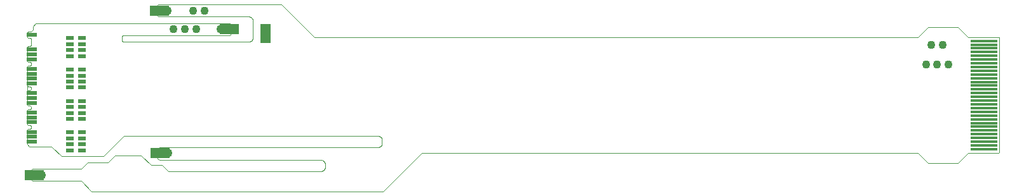
<source format=gts>
G04 EAGLE Gerber X2 export*
%TF.Part,Single*%
%TF.FileFunction,Other,solder mask top*%
%TF.FilePolarity,Positive*%
%TF.GenerationSoftware,Autodesk,EAGLE,9.6.2*%
%TF.CreationDate,2022-04-17T12:17:04Z*%
G75*
%MOMM*%
%FSLAX34Y34*%
%LPD*%
%INsolder mask top*%
%AMOC8*
5,1,8,0,0,1.08239X$1,22.5*%
G01*
%ADD10C,0.000000*%
%ADD11R,1.000000X0.600000*%
%ADD12R,1.451600X0.551600*%
%ADD13R,2.641600X1.371600*%
%ADD14R,3.600000X0.400000*%
%ADD15R,1.371600X2.641600*%
%ADD16C,1.101600*%
%ADD17C,1.141600*%


D10*
X0Y-36000D02*
X3000Y-39000D01*
X32500Y-39000D01*
X0Y113500D02*
X1000Y114500D01*
X0Y113500D02*
X0Y107500D01*
X0Y94000D02*
X0Y75000D01*
X1000Y74000D01*
X4000Y74000D01*
X5000Y73000D01*
X5000Y70000D02*
X4000Y69000D01*
X1000Y69000D01*
X0Y68000D01*
X5000Y70000D02*
X5000Y73000D01*
X0Y68000D02*
X0Y42500D01*
X1000Y41500D01*
X4000Y41500D01*
X5000Y40500D01*
X5000Y37500D02*
X4000Y36500D01*
X1000Y36500D01*
X0Y35500D01*
X5000Y37500D02*
X5000Y40500D01*
X0Y42000D02*
X0Y35500D01*
X0Y16500D02*
X1000Y15500D01*
X4000Y15500D01*
X5000Y14500D01*
X5000Y11500D02*
X4000Y10500D01*
X1000Y10500D01*
X0Y9500D01*
X5000Y11500D02*
X5000Y14500D01*
X0Y-16500D02*
X0Y-36000D01*
X0Y-9500D02*
X0Y9500D01*
X0Y16500D02*
X0Y35500D01*
X0Y-9500D02*
X1000Y-10500D01*
X4000Y-10500D02*
X5000Y-11500D01*
X4000Y-10500D02*
X1000Y-10500D01*
X5000Y-11500D02*
X5000Y-14500D01*
X4000Y-15500D01*
X1000Y-15500D01*
X0Y-16500D01*
X1000Y106500D02*
X0Y107500D01*
X1000Y106500D02*
X4000Y106500D01*
X5000Y105500D01*
X5000Y96000D01*
X4000Y95000D01*
X1000Y95000D01*
X0Y94000D01*
X1000Y114500D02*
X5000Y114500D01*
X7500Y117000D01*
X7500Y122000D01*
X11500Y126000D01*
X270000Y126000D01*
X272000Y124000D01*
X272000Y112000D01*
X270000Y110000D01*
X129000Y110000D01*
X126000Y107000D02*
X126000Y104000D01*
X129000Y101000D02*
X295000Y101000D01*
X301000Y108000D02*
X301000Y128000D01*
X295000Y135000D02*
X175000Y135000D01*
X173000Y137000D01*
X173000Y149000D01*
X175000Y151000D01*
X339000Y151000D01*
X382500Y107500D01*
X1295500Y107500D02*
X1296000Y107000D01*
X1296000Y-46500D01*
X1295000Y-47500D01*
X1295500Y107500D02*
X1254000Y107500D01*
X1187000Y107500D02*
X382500Y107500D01*
X129000Y110000D02*
X128893Y109998D01*
X128786Y109992D01*
X128679Y109983D01*
X128573Y109969D01*
X128467Y109952D01*
X128362Y109931D01*
X128258Y109907D01*
X128155Y109878D01*
X128053Y109846D01*
X127952Y109811D01*
X127852Y109772D01*
X127754Y109729D01*
X127657Y109683D01*
X127562Y109633D01*
X127469Y109580D01*
X127378Y109524D01*
X127289Y109464D01*
X127202Y109402D01*
X127118Y109336D01*
X127035Y109267D01*
X126956Y109196D01*
X126879Y109121D01*
X126804Y109044D01*
X126733Y108965D01*
X126664Y108882D01*
X126598Y108798D01*
X126536Y108711D01*
X126476Y108622D01*
X126420Y108531D01*
X126367Y108438D01*
X126317Y108343D01*
X126271Y108246D01*
X126228Y108148D01*
X126189Y108048D01*
X126154Y107947D01*
X126122Y107845D01*
X126093Y107742D01*
X126069Y107638D01*
X126048Y107533D01*
X126031Y107427D01*
X126017Y107321D01*
X126008Y107214D01*
X126002Y107107D01*
X126000Y107000D01*
X126000Y104000D02*
X126002Y103893D01*
X126008Y103786D01*
X126017Y103679D01*
X126031Y103573D01*
X126048Y103467D01*
X126069Y103362D01*
X126093Y103258D01*
X126122Y103155D01*
X126154Y103053D01*
X126189Y102952D01*
X126228Y102852D01*
X126271Y102754D01*
X126317Y102657D01*
X126367Y102562D01*
X126420Y102469D01*
X126476Y102378D01*
X126536Y102289D01*
X126598Y102202D01*
X126664Y102118D01*
X126733Y102035D01*
X126804Y101956D01*
X126879Y101879D01*
X126956Y101804D01*
X127035Y101733D01*
X127118Y101664D01*
X127202Y101598D01*
X127289Y101536D01*
X127378Y101476D01*
X127469Y101420D01*
X127562Y101367D01*
X127657Y101317D01*
X127754Y101271D01*
X127852Y101228D01*
X127952Y101189D01*
X128053Y101154D01*
X128155Y101122D01*
X128258Y101093D01*
X128362Y101069D01*
X128467Y101048D01*
X128573Y101031D01*
X128679Y101017D01*
X128786Y101008D01*
X128893Y101002D01*
X129000Y101000D01*
X295000Y101000D02*
X295159Y101014D01*
X295318Y101033D01*
X295477Y101055D01*
X295635Y101081D01*
X295792Y101110D01*
X295948Y101144D01*
X296104Y101181D01*
X296258Y101223D01*
X296412Y101268D01*
X296564Y101316D01*
X296715Y101369D01*
X296865Y101425D01*
X297014Y101485D01*
X297160Y101549D01*
X297306Y101616D01*
X297449Y101686D01*
X297591Y101760D01*
X297731Y101838D01*
X297869Y101919D01*
X298005Y102003D01*
X298139Y102091D01*
X298270Y102182D01*
X298400Y102276D01*
X298527Y102373D01*
X298651Y102474D01*
X298774Y102577D01*
X298893Y102684D01*
X299010Y102793D01*
X299124Y102905D01*
X299235Y103020D01*
X299344Y103137D01*
X299450Y103257D01*
X299552Y103380D01*
X299652Y103505D01*
X299748Y103633D01*
X299842Y103763D01*
X299932Y103895D01*
X300019Y104030D01*
X300102Y104166D01*
X300182Y104305D01*
X300259Y104445D01*
X300332Y104587D01*
X300402Y104731D01*
X300468Y104877D01*
X300531Y105024D01*
X300590Y105173D01*
X300645Y105323D01*
X300696Y105475D01*
X300744Y105627D01*
X300788Y105781D01*
X300829Y105936D01*
X300865Y106092D01*
X300898Y106248D01*
X300926Y106406D01*
X300951Y106564D01*
X300972Y106722D01*
X300990Y106881D01*
X301003Y107041D01*
X301012Y107201D01*
X301018Y107360D01*
X301019Y107520D01*
X301017Y107680D01*
X301010Y107840D01*
X301000Y108000D01*
X301000Y128000D02*
X301021Y128153D01*
X301039Y128306D01*
X301053Y128459D01*
X301063Y128613D01*
X301069Y128767D01*
X301071Y128921D01*
X301069Y129074D01*
X301064Y129228D01*
X301054Y129382D01*
X301041Y129535D01*
X301023Y129688D01*
X301002Y129841D01*
X300977Y129993D01*
X300948Y130144D01*
X300915Y130294D01*
X300879Y130444D01*
X300839Y130592D01*
X300795Y130740D01*
X300747Y130886D01*
X300695Y131031D01*
X300640Y131175D01*
X300581Y131317D01*
X300519Y131458D01*
X300453Y131597D01*
X300384Y131735D01*
X300311Y131870D01*
X300235Y132004D01*
X300155Y132136D01*
X300072Y132265D01*
X299986Y132393D01*
X299896Y132518D01*
X299804Y132641D01*
X299708Y132762D01*
X299609Y132880D01*
X299508Y132996D01*
X299403Y133109D01*
X299296Y133219D01*
X299186Y133326D01*
X299073Y133431D01*
X298957Y133533D01*
X298839Y133632D01*
X298719Y133728D01*
X298596Y133820D01*
X298471Y133910D01*
X298343Y133996D01*
X298214Y134080D01*
X298082Y134159D01*
X297949Y134236D01*
X297813Y134309D01*
X297676Y134378D01*
X297537Y134445D01*
X297396Y134507D01*
X297254Y134566D01*
X297110Y134621D01*
X296965Y134673D01*
X296819Y134721D01*
X296672Y134765D01*
X296523Y134806D01*
X296374Y134843D01*
X296223Y134876D01*
X296072Y134905D01*
X295920Y134930D01*
X295768Y134951D01*
X295615Y134969D01*
X295461Y134982D01*
X295308Y134992D01*
X295154Y134998D01*
X295000Y135000D01*
X102000Y-52000D02*
X45500Y-52000D01*
X32500Y-39000D01*
X102000Y-52000D02*
X129000Y-25000D01*
X473000Y-31000D02*
X473000Y-34000D01*
X467000Y-40000D02*
X176000Y-40000D01*
X174000Y-42000D01*
X174000Y-55000D01*
X176000Y-57000D01*
X467000Y-24999D02*
X467148Y-24990D01*
X467296Y-24985D01*
X467445Y-24983D01*
X467593Y-24985D01*
X467741Y-24992D01*
X467889Y-25002D01*
X468036Y-25016D01*
X468184Y-25034D01*
X468330Y-25056D01*
X468476Y-25082D01*
X468621Y-25112D01*
X468766Y-25145D01*
X468909Y-25183D01*
X469052Y-25224D01*
X469193Y-25269D01*
X469333Y-25317D01*
X469472Y-25370D01*
X469609Y-25426D01*
X469745Y-25485D01*
X469879Y-25549D01*
X470011Y-25615D01*
X470142Y-25686D01*
X470270Y-25759D01*
X470397Y-25836D01*
X470521Y-25917D01*
X470644Y-26000D01*
X470764Y-26087D01*
X470882Y-26177D01*
X470997Y-26270D01*
X471110Y-26367D01*
X471220Y-26466D01*
X471328Y-26568D01*
X471432Y-26672D01*
X471534Y-26780D01*
X471633Y-26890D01*
X471730Y-27003D01*
X471823Y-27118D01*
X471913Y-27236D01*
X472000Y-27356D01*
X472083Y-27479D01*
X472164Y-27603D01*
X472241Y-27730D01*
X472314Y-27858D01*
X472385Y-27989D01*
X472451Y-28121D01*
X472515Y-28255D01*
X472574Y-28391D01*
X472630Y-28528D01*
X472683Y-28667D01*
X472731Y-28807D01*
X472776Y-28948D01*
X472817Y-29091D01*
X472855Y-29234D01*
X472888Y-29379D01*
X472918Y-29524D01*
X472944Y-29670D01*
X472966Y-29816D01*
X472984Y-29964D01*
X472998Y-30111D01*
X473008Y-30259D01*
X473015Y-30407D01*
X473017Y-30555D01*
X473015Y-30704D01*
X473010Y-30852D01*
X473001Y-31000D01*
X473001Y-34000D02*
X473010Y-34148D01*
X473015Y-34296D01*
X473017Y-34445D01*
X473015Y-34593D01*
X473008Y-34741D01*
X472998Y-34889D01*
X472984Y-35036D01*
X472966Y-35184D01*
X472944Y-35330D01*
X472918Y-35476D01*
X472888Y-35621D01*
X472855Y-35766D01*
X472817Y-35909D01*
X472776Y-36052D01*
X472731Y-36193D01*
X472683Y-36333D01*
X472630Y-36472D01*
X472574Y-36609D01*
X472515Y-36745D01*
X472451Y-36879D01*
X472385Y-37011D01*
X472314Y-37142D01*
X472241Y-37270D01*
X472164Y-37397D01*
X472083Y-37521D01*
X472000Y-37644D01*
X471913Y-37764D01*
X471823Y-37882D01*
X471730Y-37997D01*
X471633Y-38110D01*
X471534Y-38220D01*
X471432Y-38328D01*
X471328Y-38432D01*
X471220Y-38534D01*
X471110Y-38633D01*
X470997Y-38730D01*
X470882Y-38823D01*
X470764Y-38913D01*
X470644Y-39000D01*
X470521Y-39083D01*
X470397Y-39164D01*
X470270Y-39241D01*
X470142Y-39314D01*
X470011Y-39385D01*
X469879Y-39451D01*
X469745Y-39515D01*
X469609Y-39574D01*
X469472Y-39630D01*
X469333Y-39683D01*
X469193Y-39731D01*
X469052Y-39776D01*
X468909Y-39817D01*
X468766Y-39855D01*
X468621Y-39888D01*
X468476Y-39918D01*
X468330Y-39944D01*
X468184Y-39966D01*
X468036Y-39984D01*
X467889Y-39998D01*
X467741Y-40008D01*
X467593Y-40015D01*
X467445Y-40017D01*
X467296Y-40015D01*
X467148Y-40010D01*
X467000Y-40001D01*
X467000Y-25000D02*
X129000Y-25000D01*
X7000Y-85000D02*
X5000Y-83000D01*
X5000Y-71000D01*
X7000Y-69000D01*
X72000Y-69000D01*
X81000Y-60000D01*
X108000Y-60000D01*
X117000Y-51000D01*
X152000Y-51000D01*
X165000Y-64000D01*
X180000Y-64000D01*
X391000Y-56999D02*
X391148Y-56990D01*
X391296Y-56985D01*
X391445Y-56983D01*
X391593Y-56985D01*
X391741Y-56992D01*
X391889Y-57002D01*
X392036Y-57016D01*
X392184Y-57034D01*
X392330Y-57056D01*
X392476Y-57082D01*
X392621Y-57112D01*
X392766Y-57145D01*
X392909Y-57183D01*
X393052Y-57224D01*
X393193Y-57269D01*
X393333Y-57317D01*
X393472Y-57370D01*
X393609Y-57426D01*
X393745Y-57485D01*
X393879Y-57549D01*
X394011Y-57615D01*
X394142Y-57686D01*
X394270Y-57759D01*
X394397Y-57836D01*
X394521Y-57917D01*
X394644Y-58000D01*
X394764Y-58087D01*
X394882Y-58177D01*
X394997Y-58270D01*
X395110Y-58367D01*
X395220Y-58466D01*
X395328Y-58568D01*
X395432Y-58672D01*
X395534Y-58780D01*
X395633Y-58890D01*
X395730Y-59003D01*
X395823Y-59118D01*
X395913Y-59236D01*
X396000Y-59356D01*
X396083Y-59479D01*
X396164Y-59603D01*
X396241Y-59730D01*
X396314Y-59858D01*
X396385Y-59989D01*
X396451Y-60121D01*
X396515Y-60255D01*
X396574Y-60391D01*
X396630Y-60528D01*
X396683Y-60667D01*
X396731Y-60807D01*
X396776Y-60948D01*
X396817Y-61091D01*
X396855Y-61234D01*
X396888Y-61379D01*
X396918Y-61524D01*
X396944Y-61670D01*
X396966Y-61816D01*
X396984Y-61964D01*
X396998Y-62111D01*
X397008Y-62259D01*
X397015Y-62407D01*
X397017Y-62555D01*
X397015Y-62704D01*
X397010Y-62852D01*
X397001Y-63000D01*
X397000Y-63000D02*
X397000Y-66000D01*
X397001Y-66000D02*
X397010Y-66148D01*
X397015Y-66296D01*
X397017Y-66445D01*
X397015Y-66593D01*
X397008Y-66741D01*
X396998Y-66889D01*
X396984Y-67036D01*
X396966Y-67184D01*
X396944Y-67330D01*
X396918Y-67476D01*
X396888Y-67621D01*
X396855Y-67766D01*
X396817Y-67909D01*
X396776Y-68052D01*
X396731Y-68193D01*
X396683Y-68333D01*
X396630Y-68472D01*
X396574Y-68609D01*
X396515Y-68745D01*
X396451Y-68879D01*
X396385Y-69011D01*
X396314Y-69142D01*
X396241Y-69270D01*
X396164Y-69397D01*
X396083Y-69521D01*
X396000Y-69644D01*
X395913Y-69764D01*
X395823Y-69882D01*
X395730Y-69997D01*
X395633Y-70110D01*
X395534Y-70220D01*
X395432Y-70328D01*
X395328Y-70432D01*
X395220Y-70534D01*
X395110Y-70633D01*
X394997Y-70730D01*
X394882Y-70823D01*
X394764Y-70913D01*
X394644Y-71000D01*
X394521Y-71083D01*
X394397Y-71164D01*
X394270Y-71241D01*
X394142Y-71314D01*
X394011Y-71385D01*
X393879Y-71451D01*
X393745Y-71515D01*
X393609Y-71574D01*
X393472Y-71630D01*
X393333Y-71683D01*
X393193Y-71731D01*
X393052Y-71776D01*
X392909Y-71817D01*
X392766Y-71855D01*
X392621Y-71888D01*
X392476Y-71918D01*
X392330Y-71944D01*
X392184Y-71966D01*
X392036Y-71984D01*
X391889Y-71998D01*
X391741Y-72008D01*
X391593Y-72015D01*
X391445Y-72017D01*
X391296Y-72015D01*
X391148Y-72010D01*
X391000Y-72001D01*
X391000Y-72000D02*
X188000Y-72000D01*
X180000Y-64000D01*
X176000Y-57000D02*
X391000Y-57000D01*
X72000Y-85000D02*
X7000Y-85000D01*
X72000Y-85000D02*
X86000Y-99000D01*
X474500Y-99000D01*
X526000Y-47500D01*
X1187000Y-47500D02*
X1200500Y-61000D01*
X1240500Y-61000D01*
X1254000Y-47500D01*
X1295000Y-47500D01*
X1187000Y-47500D02*
X526000Y-47500D01*
X1187000Y107500D02*
X1200500Y121000D01*
X1240500Y121000D01*
X1254000Y107500D01*
D11*
X57000Y106000D03*
X57000Y98000D03*
X57000Y90000D03*
X57000Y82000D03*
X73000Y82000D03*
X73000Y90000D03*
X73000Y98000D03*
X73000Y106000D03*
X57000Y64000D03*
X57000Y56000D03*
X57000Y48000D03*
X57000Y40000D03*
X73000Y40000D03*
X73000Y48000D03*
X73000Y56000D03*
X73000Y64000D03*
X57000Y22000D03*
X57000Y14000D03*
X57000Y6000D03*
X57000Y-2000D03*
X73000Y-2000D03*
X73000Y6000D03*
X73000Y14000D03*
X73000Y22000D03*
D12*
X6500Y0D03*
X6500Y6500D03*
X6500Y19500D03*
X6500Y26000D03*
X6500Y32500D03*
X6500Y45500D03*
X6500Y52000D03*
X6500Y58500D03*
X6500Y65000D03*
X6500Y78000D03*
X6500Y84500D03*
X6500Y91000D03*
X6500Y-6500D03*
X6500Y-19500D03*
X6500Y-26000D03*
X6500Y-32500D03*
D11*
X73000Y-44000D03*
X73000Y-36000D03*
X73000Y-28000D03*
X73000Y-20000D03*
X57000Y-20000D03*
X57000Y-28000D03*
X57000Y-36000D03*
X57000Y-44000D03*
D12*
X6500Y110500D03*
D13*
X269500Y118000D03*
X176000Y143000D03*
D14*
X1275500Y102500D03*
X1275500Y42500D03*
X1275500Y92500D03*
X1275500Y82500D03*
X1275500Y72500D03*
X1275500Y62500D03*
X1275500Y52500D03*
X1275500Y32500D03*
X1275500Y22500D03*
X1275500Y12500D03*
X1275500Y2500D03*
X1275500Y-7500D03*
X1275500Y-17500D03*
X1275500Y-27500D03*
X1275500Y-37500D03*
X1275500Y97500D03*
X1275500Y37500D03*
X1275500Y87500D03*
X1275500Y77500D03*
X1275500Y67500D03*
X1275500Y57500D03*
X1275500Y47500D03*
X1275500Y27500D03*
X1275500Y17500D03*
X1275500Y7500D03*
X1275500Y-2500D03*
X1275500Y-12500D03*
X1275500Y-22500D03*
X1275500Y-32500D03*
X1275500Y-42500D03*
D13*
X177500Y-48000D03*
X9500Y-77000D03*
D15*
X318000Y112500D03*
D16*
X20000Y-77000D03*
X258000Y118000D03*
X225000Y118000D03*
X210000Y118000D03*
X195000Y118000D03*
X1228000Y71000D03*
X1213000Y71000D03*
X1198000Y71000D03*
X188000Y-48000D03*
X187000Y143000D03*
X221000Y143000D03*
X236000Y143000D03*
X1220000Y97000D03*
X1205000Y97000D03*
D17*
X272000Y118000D03*
X173000Y143000D03*
X174000Y-48000D03*
X5000Y-77000D03*
M02*

</source>
